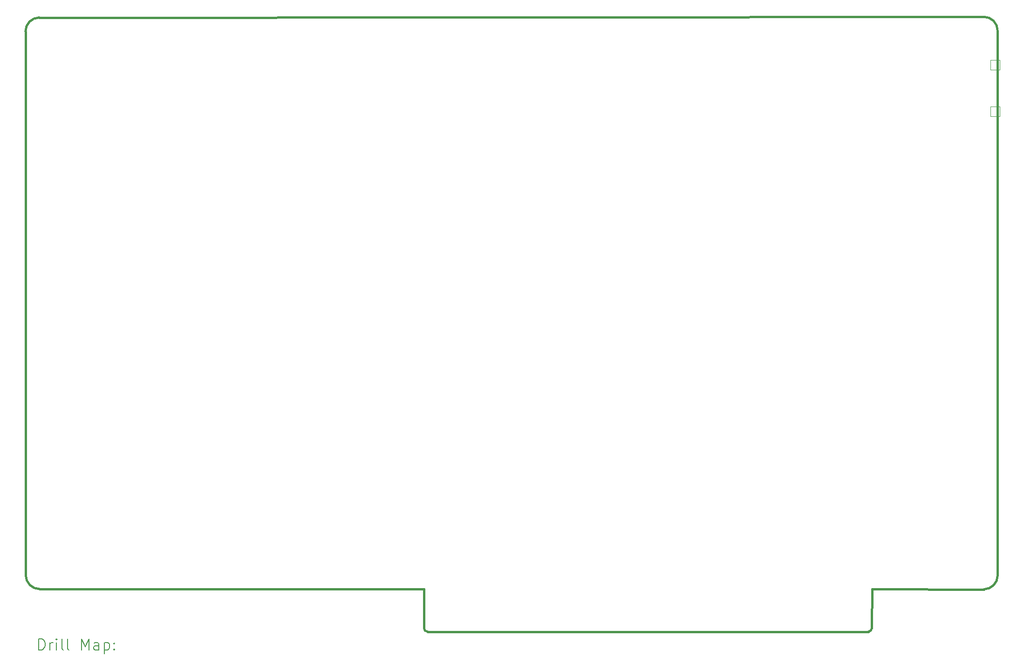
<source format=gbr>
%TF.GenerationSoftware,KiCad,Pcbnew,8.0.6*%
%TF.CreationDate,2025-06-21T16:23:57-05:00*%
%TF.ProjectId,DUALESP,4455414c-4553-4502-9e6b-696361645f70,V1.1*%
%TF.SameCoordinates,Original*%
%TF.FileFunction,Drillmap*%
%TF.FilePolarity,Positive*%
%FSLAX45Y45*%
G04 Gerber Fmt 4.5, Leading zero omitted, Abs format (unit mm)*
G04 Created by KiCad (PCBNEW 8.0.6) date 2025-06-21 16:23:57*
%MOMM*%
%LPD*%
G01*
G04 APERTURE LIST*
%ADD10C,0.381000*%
%ADD11C,0.010000*%
%ADD12C,0.200000*%
G04 APERTURE END LIST*
D10*
X21563867Y-3720367D02*
X21563867Y-13626367D01*
X19277867Y-14586487D02*
G75*
G02*
X19214367Y-14649987I-63497J-3D01*
G01*
X4145280Y-3474720D02*
X21307327Y-3461287D01*
X11137167Y-13872747D02*
X11138883Y-14587307D01*
X3896323Y-3727986D02*
G75*
G02*
X4145280Y-3474720I253297J6D01*
G01*
X10654567Y-13872747D02*
X11137167Y-13872747D01*
X11202383Y-14650807D02*
G75*
G02*
X11138883Y-14587307I7J63507D01*
G01*
X4155440Y-13876020D02*
X10654567Y-13872747D01*
X21563872Y-13626367D02*
G75*
G02*
X21312407Y-13880366I-253262J-743D01*
G01*
X4155440Y-13876020D02*
G75*
G02*
X3901440Y-13622020I0J254000D01*
G01*
X11202383Y-14650807D02*
X19214367Y-14649987D01*
X19280407Y-13879097D02*
X21312407Y-13880367D01*
X21307326Y-3461238D02*
G75*
G02*
X21563867Y-3720367I3284J-253302D01*
G01*
X3901440Y-13622020D02*
X3895626Y-3727986D01*
X19280407Y-13879097D02*
X19277867Y-14586487D01*
D11*
X21429600Y-4245150D02*
X21429600Y-4425150D01*
X21429600Y-4425150D02*
X21599600Y-4425150D01*
X21429600Y-5095150D02*
X21429600Y-5275150D01*
X21429600Y-5275150D02*
X21599600Y-5275150D01*
X21599600Y-4245150D02*
X21429600Y-4245150D01*
X21599600Y-4425150D02*
X21599600Y-4245150D01*
X21599600Y-5095150D02*
X21429600Y-5095150D01*
X21599600Y-5275150D02*
X21599600Y-5095150D01*
D12*
X4137352Y-14981341D02*
X4137352Y-14781341D01*
X4137352Y-14781341D02*
X4184971Y-14781341D01*
X4184971Y-14781341D02*
X4213543Y-14790865D01*
X4213543Y-14790865D02*
X4232591Y-14809912D01*
X4232591Y-14809912D02*
X4242114Y-14828960D01*
X4242114Y-14828960D02*
X4251638Y-14867055D01*
X4251638Y-14867055D02*
X4251638Y-14895627D01*
X4251638Y-14895627D02*
X4242114Y-14933722D01*
X4242114Y-14933722D02*
X4232591Y-14952770D01*
X4232591Y-14952770D02*
X4213543Y-14971817D01*
X4213543Y-14971817D02*
X4184971Y-14981341D01*
X4184971Y-14981341D02*
X4137352Y-14981341D01*
X4337352Y-14981341D02*
X4337352Y-14848008D01*
X4337352Y-14886103D02*
X4346876Y-14867055D01*
X4346876Y-14867055D02*
X4356400Y-14857531D01*
X4356400Y-14857531D02*
X4375448Y-14848008D01*
X4375448Y-14848008D02*
X4394495Y-14848008D01*
X4461162Y-14981341D02*
X4461162Y-14848008D01*
X4461162Y-14781341D02*
X4451638Y-14790865D01*
X4451638Y-14790865D02*
X4461162Y-14800389D01*
X4461162Y-14800389D02*
X4470686Y-14790865D01*
X4470686Y-14790865D02*
X4461162Y-14781341D01*
X4461162Y-14781341D02*
X4461162Y-14800389D01*
X4584971Y-14981341D02*
X4565924Y-14971817D01*
X4565924Y-14971817D02*
X4556400Y-14952770D01*
X4556400Y-14952770D02*
X4556400Y-14781341D01*
X4689733Y-14981341D02*
X4670686Y-14971817D01*
X4670686Y-14971817D02*
X4661162Y-14952770D01*
X4661162Y-14952770D02*
X4661162Y-14781341D01*
X4918305Y-14981341D02*
X4918305Y-14781341D01*
X4918305Y-14781341D02*
X4984972Y-14924198D01*
X4984972Y-14924198D02*
X5051638Y-14781341D01*
X5051638Y-14781341D02*
X5051638Y-14981341D01*
X5232591Y-14981341D02*
X5232591Y-14876579D01*
X5232591Y-14876579D02*
X5223067Y-14857531D01*
X5223067Y-14857531D02*
X5204019Y-14848008D01*
X5204019Y-14848008D02*
X5165924Y-14848008D01*
X5165924Y-14848008D02*
X5146876Y-14857531D01*
X5232591Y-14971817D02*
X5213543Y-14981341D01*
X5213543Y-14981341D02*
X5165924Y-14981341D01*
X5165924Y-14981341D02*
X5146876Y-14971817D01*
X5146876Y-14971817D02*
X5137352Y-14952770D01*
X5137352Y-14952770D02*
X5137352Y-14933722D01*
X5137352Y-14933722D02*
X5146876Y-14914674D01*
X5146876Y-14914674D02*
X5165924Y-14905151D01*
X5165924Y-14905151D02*
X5213543Y-14905151D01*
X5213543Y-14905151D02*
X5232591Y-14895627D01*
X5327829Y-14848008D02*
X5327829Y-15048008D01*
X5327829Y-14857531D02*
X5346876Y-14848008D01*
X5346876Y-14848008D02*
X5384972Y-14848008D01*
X5384972Y-14848008D02*
X5404019Y-14857531D01*
X5404019Y-14857531D02*
X5413543Y-14867055D01*
X5413543Y-14867055D02*
X5423067Y-14886103D01*
X5423067Y-14886103D02*
X5423067Y-14943246D01*
X5423067Y-14943246D02*
X5413543Y-14962293D01*
X5413543Y-14962293D02*
X5404019Y-14971817D01*
X5404019Y-14971817D02*
X5384972Y-14981341D01*
X5384972Y-14981341D02*
X5346876Y-14981341D01*
X5346876Y-14981341D02*
X5327829Y-14971817D01*
X5508781Y-14962293D02*
X5518305Y-14971817D01*
X5518305Y-14971817D02*
X5508781Y-14981341D01*
X5508781Y-14981341D02*
X5499257Y-14971817D01*
X5499257Y-14971817D02*
X5508781Y-14962293D01*
X5508781Y-14962293D02*
X5508781Y-14981341D01*
X5508781Y-14857531D02*
X5518305Y-14867055D01*
X5518305Y-14867055D02*
X5508781Y-14876579D01*
X5508781Y-14876579D02*
X5499257Y-14867055D01*
X5499257Y-14867055D02*
X5508781Y-14857531D01*
X5508781Y-14857531D02*
X5508781Y-14876579D01*
M02*

</source>
